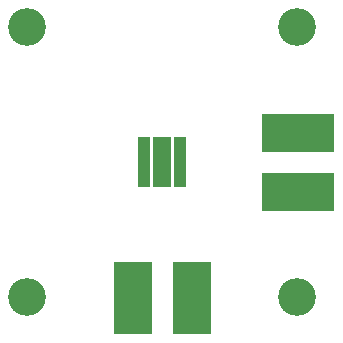
<source format=gts>
G04*
G04 #@! TF.GenerationSoftware,Altium Limited,Altium Designer,18.0.9 (584)*
G04*
G04 Layer_Color=8388736*
%FSLAX44Y44*%
%MOMM*%
G71*
G01*
G75*
%ADD11R,1.5032X4.2032*%
%ADD12R,1.0032X4.2032*%
%ADD13R,6.2032X3.2032*%
%ADD14R,3.2032X6.2032*%
%ADD15C,3.2032*%
D11*
X150000Y150000D02*
D03*
D12*
X165000D02*
D03*
X135000D02*
D03*
D13*
X265000Y125000D02*
D03*
Y175000D02*
D03*
D14*
X175000Y35000D02*
D03*
X125000D02*
D03*
D15*
X264300Y35700D02*
D03*
Y264300D02*
D03*
X35700D02*
D03*
Y35700D02*
D03*
M02*

</source>
